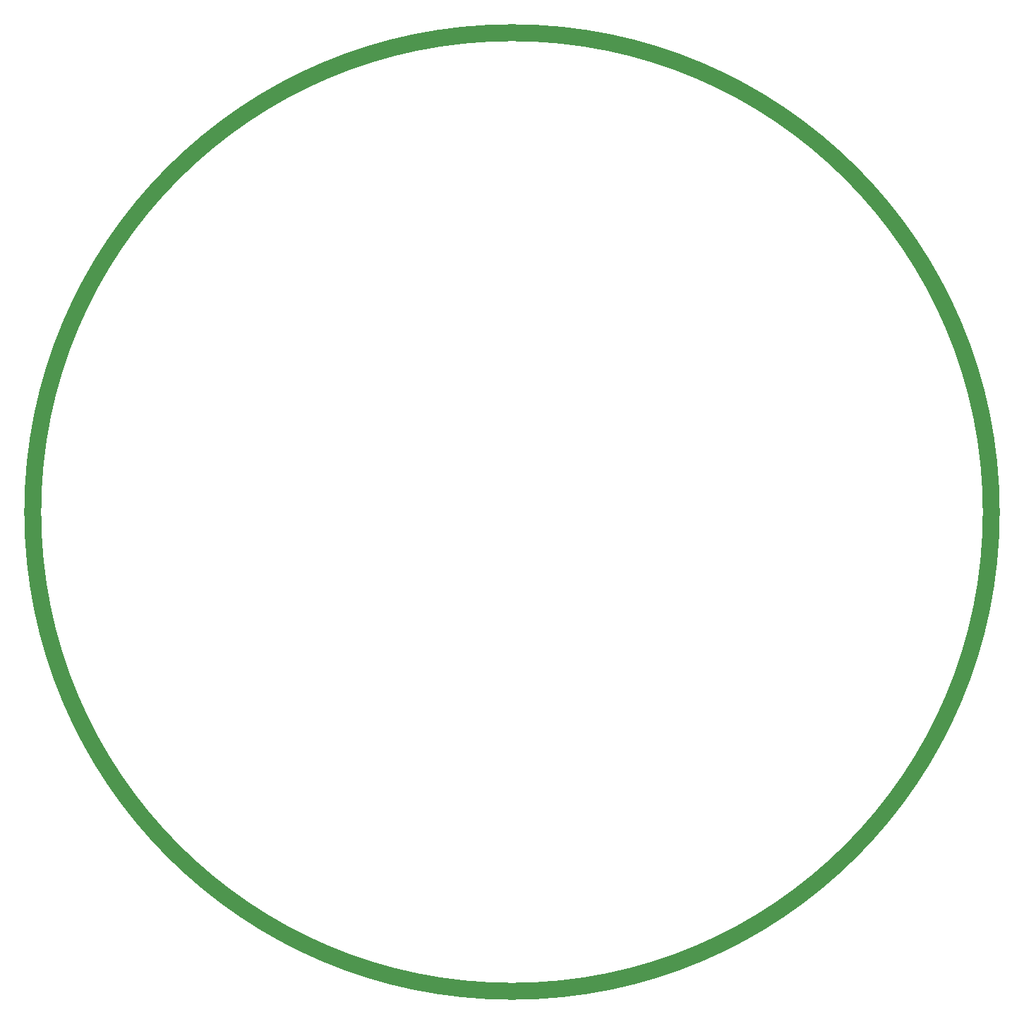
<source format=gbr>
G04 CAM350 V10.2.0 (Build 386) Date:  Sat Feb 01 15:24:05 2025 *
G04 Database: c:\users\comp1\desktop\ajinkya_\gerber data\round 10s 5p\round 10s5p.cam *
G04 Layer 47: Layer_47 *
%FSLAX24Y24*%
%MOIN*%
%SFA1.000B1.000*%

%MIA0B0*%
%IPPOS*%
%ADD31C,0.07874*%
%LNLayer_47*%
%LPD*%
G54D31*
X22638Y0D02*
G75*
G03X22638Y0I-22638D01*
M02*

</source>
